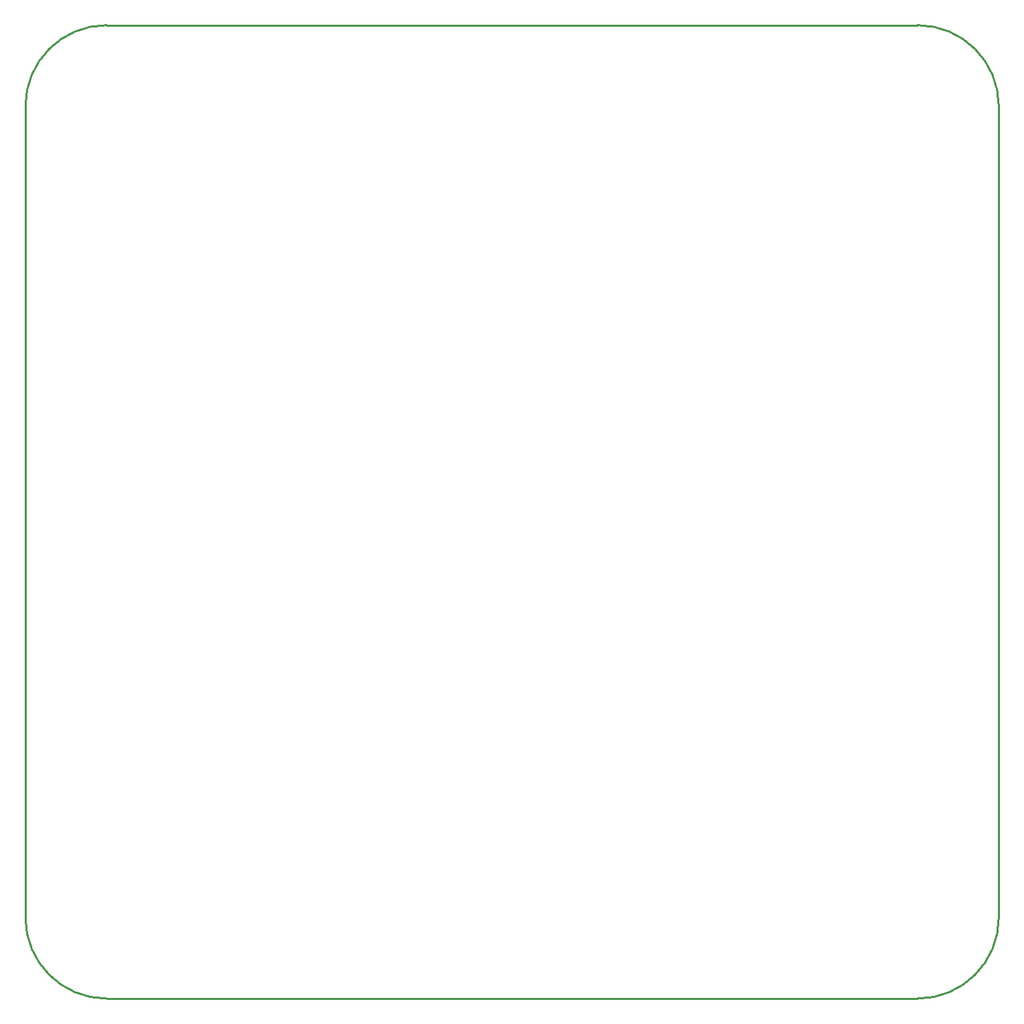
<source format=gko>
G04*
G04 #@! TF.GenerationSoftware,Altium Limited,Altium Designer,24.1.2 (44)*
G04*
G04 Layer_Color=16711935*
%FSLAX44Y44*%
%MOMM*%
G71*
G04*
G04 #@! TF.SameCoordinates,A8F9B381-EDA8-4368-A6AD-9EAFAD04DD4A*
G04*
G04*
G04 #@! TF.FilePolarity,Positive*
G04*
G01*
G75*
%ADD14C,0.2540*%
D14*
X1100000Y1000000D02*
G03*
X1000000Y1100000I-100000J0D01*
G01*
Y-100000D02*
G03*
X1100000Y0I0J100000D01*
G01*
X0Y1100000D02*
G03*
X-100000Y1000000I0J-100000D01*
G01*
Y0D02*
G03*
X0Y-100000I100000J0D01*
G01*
X1000000D01*
X0Y1100000D02*
X1000000D01*
X1100000Y0D02*
Y1000000D01*
X-100000Y0D02*
Y1000000D01*
M02*

</source>
